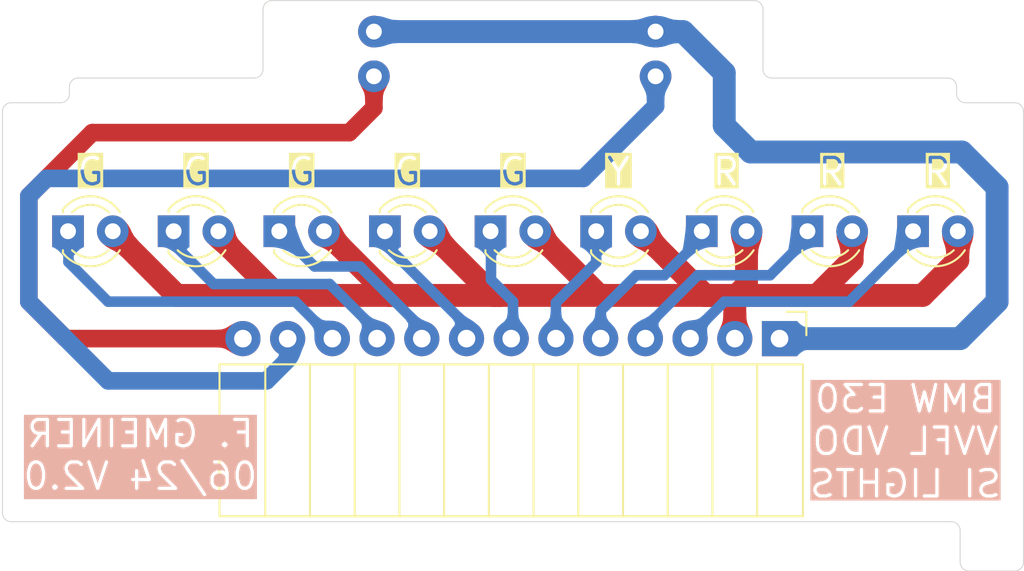
<source format=kicad_pcb>
(kicad_pcb (version 20240108) (generator "pcbnew") (generator_version "8.0")
  (layers (0 "F.Cu" signal) (31 "B.Cu" signal) (34 "B.Paste" user) (35 "F.Paste" user) (36 "B.SilkS" user "B.Silkscreen") (37 "F.SilkS" user "F.Silkscreen") (38 "B.Mask" user) (39 "F.Mask" user) (44 "Edge.Cuts" user))
  (net 0 "")
  (net 1 "Net-(D1-K)")
  (net 2 "Net-(D1-A)")
  (net 3 "Net-(D2-K)")
  (net 4 "Net-(D3-K)")
  (net 5 "Net-(D4-K)")
  (net 6 "Net-(D5-K)")
  (net 7 "Net-(D6-K)")
  (net 8 "Net-(D7-K)")
  (net 9 "Net-(D8-K)")
  (net 10 "Net-(D9-K)")
  (net 11 "Net-(J1-GND_BULB)")
  (net 12 "Net-(J1-BULB_OILSERVICE)")
  (net 13 "Net-(J1-BULB_INSPECTION)")
  (footprint "LED_THT:LED_D3.0mm" (layer "F.Cu") (at 149.125 85.5)
    (property "Reference" "D5" (hide yes))
    (property "Value" "LED_G5")
    (fp_line (start -0.29 -1.236) (end -0.29 -1.08) (stroke (width 0.12)) (layer "F.SilkS"))
    (fp_line (start -0.29 1.08) (end -0.29 1.236) (stroke (width 0.12)) (layer "F.SilkS"))
    (fp_arc (start -0.29 -1.235516) (mid 1.366487 -1.987659) (end 2.942335 -1.078608) (stroke (width 0.12)) (layer "F.SilkS"))
    (fp_arc (start 0.229039 -1.08) (mid 1.270117 -1.5) (end 2.31113 -1.079837) (stroke (width 0.12)) (layer "F.SilkS"))
    (fp_arc (start 2.31113 1.079837) (mid 1.270117 1.5) (end 0.229039 1.08) (stroke (width 0.12)) (layer "F.SilkS"))
    (fp_arc (start 2.942335 1.078608) (mid 1.366487 1.987659) (end -0.29 1.235516) (stroke (width 0.12)) (layer "F.SilkS"))
    (pad "1" thru_hole rect (at 0 0) (size 1.8 1.8) (drill 0.9) (layers "*.Cu" "*.Mask") (net 6 "Net-(D5-K)"))
    (pad "2" thru_hole circle (at 2.54 0) (size 1.8 1.8) (drill 0.9) (layers "*.Cu" "*.Mask") (net 2 "Net-(D1-A)"))
  )
  (footprint "LED_THT:LED_D3.0mm" (layer "F.Cu") (at 125.125 85.5)
    (property "Reference" "D9" (hide yes))
    (property "Value" "LED_G1")
    (fp_line (start -0.29 -1.236) (end -0.29 -1.08) (stroke (width 0.12)) (layer "F.SilkS"))
    (fp_line (start -0.29 1.08) (end -0.29 1.236) (stroke (width 0.12)) (layer "F.SilkS"))
    (fp_arc (start -0.29 -1.235516) (mid 1.366487 -1.987659) (end 2.942335 -1.078608) (stroke (width 0.12)) (layer "F.SilkS"))
    (fp_arc (start 0.229039 -1.08) (mid 1.270117 -1.5) (end 2.31113 -1.079837) (stroke (width 0.12)) (layer "F.SilkS"))
    (fp_arc (start 2.31113 1.079837) (mid 1.270117 1.5) (end 0.229039 1.08) (stroke (width 0.12)) (layer "F.SilkS"))
    (fp_arc (start 2.942335 1.078608) (mid 1.366487 1.987659) (end -0.29 1.235516) (stroke (width 0.12)) (layer "F.SilkS"))
    (pad "1" thru_hole rect (at 0 0) (size 1.8 1.8) (drill 0.9) (layers "*.Cu" "*.Mask") (net 10 "Net-(D9-K)"))
    (pad "2" thru_hole circle (at 2.54 0) (size 1.8 1.8) (drill 0.9) (layers "*.Cu" "*.Mask") (net 2 "Net-(D1-A)"))
  )
  (footprint "LED_THT:LED_D3.0mm" (layer "F.Cu") (at 173.125 85.5)
    (property "Reference" "D1" (hide yes))
    (property "Value" "LED_R3")
    (fp_line (start -0.29 -1.236) (end -0.29 -1.08) (stroke (width 0.12)) (layer "F.SilkS"))
    (fp_line (start -0.29 1.08) (end -0.29 1.236) (stroke (width 0.12)) (layer "F.SilkS"))
    (fp_arc (start -0.29 -1.235516) (mid 1.366487 -1.987659) (end 2.942335 -1.078608) (stroke (width 0.12)) (layer "F.SilkS"))
    (fp_arc (start 0.229039 -1.08) (mid 1.270117 -1.5) (end 2.31113 -1.079837) (stroke (width 0.12)) (layer "F.SilkS"))
    (fp_arc (start 2.31113 1.079837) (mid 1.270117 1.5) (end 0.229039 1.08) (stroke (width 0.12)) (layer "F.SilkS"))
    (fp_arc (start 2.942335 1.078608) (mid 1.366487 1.987659) (end -0.29 1.235516) (stroke (width 0.12)) (layer "F.SilkS"))
    (pad "1" thru_hole rect (at 0 0) (size 1.8 1.8) (drill 0.9) (layers "*.Cu" "*.Mask") (net 1 "Net-(D1-K)"))
    (pad "2" thru_hole circle (at 2.54 0) (size 1.8 1.8) (drill 0.9) (layers "*.Cu" "*.Mask") (net 2 "Net-(D1-A)"))
  )
  (footprint "LED_THT:LED_D3.0mm" (layer "F.Cu") (at 155.125 85.5)
    (property "Reference" "D4" (hide yes))
    (property "Value" "LED_Y")
    (fp_line (start -0.29 -1.236) (end -0.29 -1.08) (stroke (width 0.12)) (layer "F.SilkS"))
    (fp_line (start -0.29 1.08) (end -0.29 1.236) (stroke (width 0.12)) (layer "F.SilkS"))
    (fp_arc (start -0.29 -1.235516) (mid 1.366487 -1.987659) (end 2.942335 -1.078608) (stroke (width 0.12)) (layer "F.SilkS"))
    (fp_arc (start 0.229039 -1.08) (mid 1.270117 -1.5) (end 2.31113 -1.079837) (stroke (width 0.12)) (layer "F.SilkS"))
    (fp_arc (start 2.31113 1.079837) (mid 1.270117 1.5) (end 0.229039 1.08) (stroke (width 0.12)) (layer "F.SilkS"))
    (fp_arc (start 2.942335 1.078608) (mid 1.366487 1.987659) (end -0.29 1.235516) (stroke (width 0.12)) (layer "F.SilkS"))
    (pad "1" thru_hole rect (at 0 0) (size 1.8 1.8) (drill 0.9) (layers "*.Cu" "*.Mask") (net 5 "Net-(D4-K)"))
    (pad "2" thru_hole circle (at 2.54 0) (size 1.8 1.8) (drill 0.9) (layers "*.Cu" "*.Mask") (net 2 "Net-(D1-A)"))
  )
  (footprint "LED_THT:LED_D3.0mm" (layer "F.Cu") (at 143.125 85.5)
    (property "Reference" "D6" (hide yes))
    (property "Value" "LED_G4")
    (fp_line (start -0.29 -1.236) (end -0.29 -1.08) (stroke (width 0.12)) (layer "F.SilkS"))
    (fp_line (start -0.29 1.08) (end -0.29 1.236) (stroke (width 0.12)) (layer "F.SilkS"))
    (fp_arc (start -0.29 -1.235516) (mid 1.366487 -1.987659) (end 2.942335 -1.078608) (stroke (width 0.12)) (layer "F.SilkS"))
    (fp_arc (start 0.229039 -1.08) (mid 1.270117 -1.5) (end 2.31113 -1.079837) (stroke (width 0.12)) (layer "F.SilkS"))
    (fp_arc (start 2.31113 1.079837) (mid 1.270117 1.5) (end 0.229039 1.08) (stroke (width 0.12)) (layer "F.SilkS"))
    (fp_arc (start 2.942335 1.078608) (mid 1.366487 1.987659) (end -0.29 1.235516) (stroke (width 0.12)) (layer "F.SilkS"))
    (pad "1" thru_hole rect (at 0 0) (size 1.8 1.8) (drill 0.9) (layers "*.Cu" "*.Mask") (net 7 "Net-(D6-K)"))
    (pad "2" thru_hole circle (at 2.54 0) (size 1.8 1.8) (drill 0.9) (layers "*.Cu" "*.Mask") (net 2 "Net-(D1-A)"))
  )
  (footprint "LED_THT:LED_D3.0mm" (layer "F.Cu") (at 137.125 85.5)
    (property "Reference" "D7" (hide yes))
    (property "Value" "LED_G3")
    (fp_line (start -0.29 -1.236) (end -0.29 -1.08) (stroke (width 0.12)) (layer "F.SilkS"))
    (fp_line (start -0.29 1.08) (end -0.29 1.236) (stroke (width 0.12)) (layer "F.SilkS"))
    (fp_arc (start -0.29 -1.235516) (mid 1.366487 -1.987659) (end 2.942335 -1.078608) (stroke (width 0.12)) (layer "F.SilkS"))
    (fp_arc (start 0.229039 -1.08) (mid 1.270117 -1.5) (end 2.31113 -1.079837) (stroke (width 0.12)) (layer "F.SilkS"))
    (fp_arc (start 2.31113 1.079837) (mid 1.270117 1.5) (end 0.229039 1.08) (stroke (width 0.12)) (layer "F.SilkS"))
    (fp_arc (start 2.942335 1.078608) (mid 1.366487 1.987659) (end -0.29 1.235516) (stroke (width 0.12)) (layer "F.SilkS"))
    (pad "1" thru_hole rect (at 0 0) (size 1.8 1.8) (drill 0.9) (layers "*.Cu" "*.Mask") (net 8 "Net-(D7-K)"))
    (pad "2" thru_hole circle (at 2.54 0) (size 1.8 1.8) (drill 0.9) (layers "*.Cu" "*.Mask") (net 2 "Net-(D1-A)"))
  )
  (footprint "LED_THT:LED_D3.0mm" (layer "F.Cu") (at 131.125 85.5)
    (property "Reference" "D8" (hide yes))
    (property "Value" "LED_G2")
    (fp_line (start -0.29 -1.236) (end -0.29 -1.08) (stroke (width 0.12)) (layer "F.SilkS"))
    (fp_line (start -0.29 1.08) (end -0.29 1.236) (stroke (width 0.12)) (layer "F.SilkS"))
    (fp_arc (start -0.29 -1.235516) (mid 1.366487 -1.987659) (end 2.942335 -1.078608) (stroke (width 0.12)) (layer "F.SilkS"))
    (fp_arc (start 0.229039 -1.08) (mid 1.270117 -1.5) (end 2.31113 -1.079837) (stroke (width 0.12)) (layer "F.SilkS"))
    (fp_arc (start 2.31113 1.079837) (mid 1.270117 1.5) (end 0.229039 1.08) (stroke (width 0.12)) (layer "F.SilkS"))
    (fp_arc (start 2.942335 1.078608) (mid 1.366487 1.987659) (end -0.29 1.235516) (stroke (width 0.12)) (layer "F.SilkS"))
    (pad "1" thru_hole rect (at 0 0) (size 1.8 1.8) (drill 0.9) (layers "*.Cu" "*.Mask") (net 9 "Net-(D8-K)"))
    (pad "2" thru_hole circle (at 2.54 0) (size 1.8 1.8) (drill 0.9) (layers "*.Cu" "*.Mask") (net 2 "Net-(D1-A)"))
  )
  (footprint "Footprint_Library_Custom:Lamp_D4.0mm_Horizontal_O3.81mm_Z2.0mm" (layer "F.Cu") (at 158.5 76.7 90)
    (property "Reference" "LA2" (hide yes))
    (property "Value" "Lamp")
    (pad "1" thru_hole circle (at 0 0 90) (size 1.8 1.8) (drill 0.9) (layers "*.Cu" "*.Mask") (net 13 "Net-(J1-BULB_INSPECTION)"))
    (pad "2" thru_hole circle (at 2.54 0 90) (size 1.8 1.8) (drill 0.9) (layers "*.Cu" "*.Mask") (net 11 "Net-(J1-GND_BULB)"))
  )
  (footprint "Footprint_Library_Custom:Lamp_D4.0mm_Horizontal_O3.81mm_Z2.0mm" (layer "F.Cu") (at 142.5 74.16 -90)
    (property "Reference" "LA1" (hide yes))
    (property "Value" "Lamp")
    (pad "1" thru_hole circle (at 0 0 270) (size 1.8 1.8) (drill 0.9) (layers "*.Cu" "*.Mask") (net 11 "Net-(J1-GND_BULB)"))
    (pad "2" thru_hole circle (at 2.54 0 270) (size 1.8 1.8) (drill 0.9) (layers "*.Cu" "*.Mask") (net 12 "Net-(J1-BULB_OILSERVICE)"))
  )
  (footprint "LED_THT:LED_D3.0mm" (layer "F.Cu") (at 161.125 85.5)
    (property "Reference" "D3" (hide yes))
    (property "Value" "LED_R1")
    (fp_line (start -0.29 -1.236) (end -0.29 -1.08) (stroke (width 0.12)) (layer "F.SilkS"))
    (fp_line (start -0.29 1.08) (end -0.29 1.236) (stroke (width 0.12)) (layer "F.SilkS"))
    (fp_arc (start -0.29 -1.235516) (mid 1.366487 -1.987659) (end 2.942335 -1.078608) (stroke (width 0.12)) (layer "F.SilkS"))
    (fp_arc (start 0.229039 -1.08) (mid 1.270117 -1.5) (end 2.31113 -1.079837) (stroke (width 0.12)) (layer "F.SilkS"))
    (fp_arc (start 2.31113 1.079837) (mid 1.270117 1.5) (end 0.229039 1.08) (stroke (width 0.12)) (layer "F.SilkS"))
    (fp_arc (start 2.942335 1.078608) (mid 1.366487 1.987659) (end -0.29 1.235516) (stroke (width 0.12)) (layer "F.SilkS"))
    (pad "1" thru_hole rect (at 0 0) (size 1.8 1.8) (drill 0.9) (layers "*.Cu" "*.Mask") (net 4 "Net-(D3-K)"))
    (pad "2" thru_hole circle (at 2.54 0) (size 1.8 1.8) (drill 0.9) (layers "*.Cu" "*.Mask") (net 2 "Net-(D1-A)"))
  )
  (footprint "MountingHole:MountingHole_5.5mm" (layer "F.Cu") (at 150.3 78 90)
    (property "Reference" "H1" (hide yes))
    (property "Value" "MountingHole")
    (pad "" np_thru_hole circle (at 0 0 90) (size 5.5 5.5) (drill 5.5) (layers "F&B.Cu" "*.Mask"))
  )
  (footprint "Connector_PinSocket_2.54mm:PinSocket_1x13_P2.54mm_Horizontal" (layer "F.Cu") (at 135.06 91.6 90)
    (property "Reference" "J1" (hide yes))
    (property "Value" "Conn_01x13_Socket")
    (fp_line (start -1.46 -1.33) (end -1.46 31.81) (stroke (width 0.12)) (layer "F.SilkS"))
    (fp_line (start -10.09 -1.33) (end -1.46 -1.33) (stroke (width 0.12)) (layer "F.SilkS"))
    (fp_line (start -10.09 -1.33) (end -10.09 31.81) (stroke (width 0.12)) (layer "F.SilkS"))
    (fp_line (start -10.09 1.27) (end -1.46 1.27) (stroke (width 0.12)) (layer "F.SilkS"))
    (fp_line (start -10.09 3.81) (end -1.46 3.81) (stroke (width 0.12)) (layer "F.SilkS"))
    (fp_line (start -10.09 6.35) (end -1.46 6.35) (stroke (width 0.12)) (layer "F.SilkS"))
    (fp_line (start -10.09 8.89) (end -1.46 8.89) (stroke (width 0.12)) (layer "F.SilkS"))
    (fp_line (start -10.09 11.43) (end -1.46 11.43) (stroke (width 0.12)) (layer "F.SilkS"))
    (fp_line (start -10.09 13.97) (end -1.46 13.97) (stroke (width 0.12)) (layer "F.SilkS"))
    (fp_line (start -10.09 16.51) (end -1.46 16.51) (stroke (width 0.12)) (layer "F.SilkS"))
    (fp_line (start -10.09 19.05) (end -1.46 19.05) (stroke (width 0.12)) (layer "F.SilkS"))
    (fp_line (start -10.09 21.59) (end -1.46 21.59) (stroke (width 0.12)) (layer "F.SilkS"))
    (fp_line (start -10.09 24.13) (end -1.46 24.13) (stroke (width 0.12)) (layer "F.SilkS"))
    (fp_line (start -10.09 26.67) (end -1.46 26.67) (stroke (width 0.12)) (layer "F.SilkS"))
    (fp_line (start -10.09 29.21) (end -1.46 29.21) (stroke (width 0.12)) (layer "F.SilkS"))
    (fp_line (start 1.524 30.894) (end 1.524 32.004) (stroke (width 0.12)) (layer "F.SilkS"))
    (fp_line (start -10.09 31.81) (end -1.46 31.81) (stroke (width 0.12)) (layer "F.SilkS"))
    (fp_line (start 1.524 32.004) (end 0.194 32.004) (stroke (width 0.12)) (layer "F.SilkS"))
    (pad "1" thru_hole rect (at 0 30.48 90) (size 2 2) (drill 1) (layers "*.Cu" "*.Mask") (net 11 "Net-(J1-GND_BULB)"))
    (pad "2" thru_hole circle (at 0 27.94 90) (size 2 2) (drill 1) (layers "*.Cu" "*.Mask") (net 2 "Net-(D1-A)"))
    (pad "3" thru_hole circle (at 0 25.4 90) (size 2 2) (drill 1) (layers "*.Cu" "*.Mask") (net 1 "Net-(D1-K)"))
    (pad "4" thru_hole circle (at 0 22.86 90) (size 2 2) (drill 1) (layers "*.Cu" "*.Mask") (net 3 "Net-(D2-K)"))
    (pad "5" thru_hole circle (at 0 20.32 90) (size 2 2) (drill 1) (layers "*.Cu" "*.Mask") (net 4 "Net-(D3-K)"))
    (pad "6" thru_hole circle (at 0 17.78 90) (size 2 2) (drill 1) (layers "*.Cu" "*.Mask") (net 5 "Net-(D4-K)"))
    (pad "7" thru_hole circle (at 0 15.24 90) (size 2 2) (drill 1) (layers "*.Cu" "*.Mask") (net 6 "Net-(D5-K)"))
    (pad "8" thru_hole circle (at 0 12.7 90) (size 2 2) (drill 1) (layers "*.Cu" "*.Mask") (net 7 "Net-(D6-K)"))
    (pad "9" thru_hole circle (at 0 10.16 90) (size 2 2) (drill 1) (layers "*.Cu" "*.Mask") (net 8 "Net-(D7-K)"))
    (pad "10" thru_hole circle (at 0 7.62 90) (size 2 2) (drill 1) (layers "*.Cu" "*.Mask") (net 9 "Net-(D8-K)"))
    (pad "11" thru_hole circle (at 0 5.08 90) (size 2 2) (drill 1) (layers "*.Cu" "*.Mask") (net 10 "Net-(D9-K)"))
    (pad "12" thru_hole circle (at 0 2.54 90) (size 2 2) (drill 1) (layers "*.Cu" "*.Mask") (net 13 "Net-(J1-BULB_INSPECTION)"))
    (pad "13" thru_hole circle (at 0 0 90) (size 2 2) (drill 1) (layers "*.Cu" "*.Mask") (net 12 "Net-(J1-BULB_OILSERVICE)"))
  )
  (footprint "LED_THT:LED_D3.0mm" (layer "F.Cu") (at 167.125 85.5)
    (property "Reference" "D2" (hide yes))
    (property "Value" "LED_R2")
    (fp_line (start -0.29 -1.236) (end -0.29 -1.08) (stroke (width 0.12)) (layer "F.SilkS"))
    (fp_line (start -0.29 1.08) (end -0.29 1.236) (stroke (width 0.12)) (layer "F.SilkS"))
    (fp_arc (start -0.29 -1.235516) (mid 1.366487 -1.987659) (end 2.942335 -1.078608) (stroke (width 0.12)) (layer "F.SilkS"))
    (fp_arc (start 0.229039 -1.08) (mid 1.270117 -1.5) (end 2.31113 -1.079837) (stroke (width 0.12)) (layer "F.SilkS"))
    (fp_arc (start 2.31113 1.079837) (mid 1.270117 1.5) (end 0.229039 1.08) (stroke (width 0.12)) (layer "F.SilkS"))
    (fp_arc (start 2.942335 1.078608) (mid 1.366487 1.987659) (end -0.29 1.235516) (stroke (width 0.12)) (layer "F.SilkS"))
    (pad "1" thru_hole rect (at 0 0) (size 1.8 1.8) (drill 0.9) (layers "*.Cu" "*.Mask") (net 3 "Net-(D2-K)"))
    (pad "2" thru_hole circle (at 2.54 0) (size 1.8 1.8) (drill 0.9) (layers "*.Cu" "*.Mask") (net 2 "Net-(D1-A)"))
  )
  (gr_arc (start 136.2 76.3) (mid 136.053553 76.653553) (end 135.7 76.8) (stroke (width 0.05)) (layer "Edge.Cuts"))
  (gr_line (start 124.7 78.2) (end 121.9 78.2) (stroke (width 0.05)) (layer "Edge.Cuts"))
  (gr_arc (start 179.396447 104.296447) (mid 179.25 104.65) (end 178.896447 104.796447) (stroke (width 0.05)) (layer "Edge.Cuts"))
  (gr_line (start 179.396447 104.296447) (end 179.396447 78.7) (stroke (width 0.05)) (layer "Edge.Cuts"))
  (gr_line (start 175.6 77.7) (end 175.6 77.3) (stroke (width 0.05)) (layer "Edge.Cuts"))
  (gr_arc (start 175.3 102) (mid 175.653553 102.146447) (end 175.8 102.5) (stroke (width 0.05)) (layer "Edge.Cuts"))
  (gr_arc (start 136.2 72.9) (mid 136.346447 72.546447) (end 136.7 72.4) (stroke (width 0.05)) (layer "Edge.Cuts"))
  (gr_line (start 121.4 78.7) (end 121.4 101.5) (stroke (width 0.05)) (layer "Edge.Cuts"))
  (gr_arc (start 178.9 78.2) (mid 179.253553 78.346447) (end 179.4 78.7) (stroke (width 0.05)) (layer "Edge.Cuts"))
  (gr_line (start 175.8 102.5) (end 175.8 104.296447) (stroke (width 0.05)) (layer "Edge.Cuts"))
  (gr_arc (start 176.303553 104.796447) (mid 175.95 104.65) (end 175.803553 104.296447) (stroke (width 0.05)) (layer "Edge.Cuts"))
  (gr_arc (start 121.4 78.7) (mid 121.546447 78.346447) (end 121.9 78.2) (stroke (width 0.05)) (layer "Edge.Cuts"))
  (gr_arc (start 164.1 72.4) (mid 164.453553 72.546447) (end 164.6 72.9) (stroke (width 0.05)) (layer "Edge.Cuts"))
  (gr_arc (start 176.1 78.2) (mid 175.746447 78.053553) (end 175.6 77.7) (stroke (width 0.05)) (layer "Edge.Cuts"))
  (gr_arc (start 125.2 77.3) (mid 125.346447 76.946447) (end 125.7 76.8) (stroke (width 0.05)) (layer "Edge.Cuts"))
  (gr_line (start 164.6 76.3) (end 164.6 72.9) (stroke (width 0.05)) (layer "Edge.Cuts"))
  (gr_line (start 121.9 102) (end 175.3 102) (stroke (width 0.05)) (layer "Edge.Cuts"))
  (gr_arc (start 165.1 76.8) (mid 164.746447 76.653553) (end 164.6 76.3) (stroke (width 0.05)) (layer "Edge.Cuts"))
  (gr_arc (start 175.1 76.8) (mid 175.453553 76.946447) (end 175.6 77.3) (stroke (width 0.05)) (layer "Edge.Cuts"))
  (gr_line (start 136.2 72.9) (end 136.2 76.3) (stroke (width 0.05)) (layer "Edge.Cuts"))
  (gr_line (start 176.303553 104.796447) (end 178.896447 104.796447) (stroke (width 0.05)) (layer "Edge.Cuts"))
  (gr_line (start 175.1 76.8) (end 165.1 76.8) (stroke (width 0.05)) (layer "Edge.Cuts"))
  (gr_line (start 125.2 77.3) (end 125.2 77.7) (stroke (width 0.05)) (layer "Edge.Cuts"))
  (gr_arc (start 121.9 102) (mid 121.546447 101.853553) (end 121.4 101.5) (stroke (width 0.05)) (layer "Edge.Cuts"))
  (gr_line (start 135.7 76.8) (end 125.7 76.8) (stroke (width 0.05)) (layer "Edge.Cuts"))
  (gr_line (start 178.9 78.2) (end 176.1 78.2) (stroke (width 0.05)) (layer "Edge.Cuts"))
  (gr_arc (start 125.2 77.7) (mid 125.053553 78.053553) (end 124.7 78.2) (stroke (width 0.05)) (layer "Edge.Cuts"))
  (gr_line (start 136.7 72.4) (end 164.1 72.4) (stroke (width 0.05)) (layer "Edge.Cuts"))
  (gr_text "F. GMEINER\n06/24 V2.0" (at 129.2366 100.2972 0) (layer "B.SilkS" knockout) (effects (font (size 1.5 1.5) (thickness 0.1875)) (justify bottom mirror)))
  (gr_text "BMW E30\nVVFL VDO\nSI LIGHTS" (at 172.696 100.729 0) (layer "B.SilkS" knockout) (effects (font (size 1.5 1.5) (thickness 0.1875)) (justify bottom mirror)))
  (gr_text "R" (at 167.625 83 0) (layer "F.SilkS" knockout) (effects (font (size 1.5 1.5) (thickness 0.1875)) (justify left bottom)))
  (gr_text "G" (at 131.525 83 0) (layer "F.SilkS" knockout) (effects (font (size 1.5 1.5) (thickness 0.1875)) (justify left bottom)))
  (gr_text "G" (at 143.525 83 0) (layer "F.SilkS" knockout) (effects (font (size 1.5 1.5) (thickness 0.1875)) (justify left bottom)))
  (gr_text "G" (at 137.525 83 0) (layer "F.SilkS" knockout) (effects (font (size 1.5 1.5) (thickness 0.1875)) (justify left bottom)))
  (gr_text "G" (at 149.525 83 0) (layer "F.SilkS" knockout) (effects (font (size 1.5 1.5) (thickness 0.1875)) (justify left bottom)))
  (gr_text "Y" (at 155.625 83 0) (layer "F.SilkS" knockout) (effects (font (size 1.5 1.5) (thickness 0.1875)) (justify left bottom)))
  (gr_text "R" (at 173.625 83 0) (layer "F.SilkS" knockout) (effects (font (size 1.5 1.5) (thickness 0.1875)) (justify left bottom)))
  (gr_text "G" (at 125.525 83 0) (layer "F.SilkS" knockout) (effects (font (size 1.5 1.5) (thickness 0.1875)) (justify left bottom)))
  (gr_text "R" (at 161.625 83 0) (layer "F.SilkS" knockout) (effects (font (size 1.5 1.5) (thickness 0.1875)) (justify left bottom)))
  (segment (start 173.5 85.5) (end 169.5 89.5) (width 0.6) (layer "B.Cu") (net 1))
  (segment (start 162.4 89.5) (end 160.46 91.44) (width 0.6) (layer "B.Cu") (net 1))
  (segment (start 169.5 89.5) (end 162.4 89.5) (width 0.6) (layer "B.Cu") (net 1))
  (segment (start 160.46 91.44) (end 160.46 91.6) (width 0.6) (layer "B.Cu") (net 1))
  (segment (start 127.665 85.5) (end 127.665 85.515) (width 1.3) (layer "F.Cu") (net 2))
  (segment (start 149.685787 89.145787) (end 155.685787 89.145787) (width 1.3) (layer "F.Cu") (net 2))
  (segment (start 143.365787 89.145787) (end 143.685787 89.145787) (width 1.3) (layer "F.Cu") (net 2))
  (segment (start 175.665 85.5) (end 175.665 87.147792) (width 1.3) (layer "F.Cu") (net 2))
  (segment (start 157.665 85.5) (end 161.310787 89.145787) (width 1.3) (layer "F.Cu") (net 2))
  (segment (start 163 91.6) (end 163 90.46) (width 1.3) (layer "F.Cu") (net 2))
  (segment (start 163.665 88.580787) (end 163 89.245787) (width 1.3) (layer "F.Cu") (net 2))
  (segment (start 155.685787 89.145787) (end 161.685787 89.145787) (width 1.3) (layer "F.Cu") (net 2))
  (segment (start 163 89.245787) (end 162.9 89.145787) (width 1.3) (layer "F.Cu") (net 2))
  (segment (start 173.667005 89.145787) (end 167.667005 89.145787) (width 1.3) (layer "F.Cu") (net 2))
  (segment (start 145.665 85.5) (end 145.665 85.515) (width 1.3) (layer "F.Cu") (net 2))
  (segment (start 149.295787 89.145787) (end 149.685787 89.145787) (width 1.3) (layer "F.Cu") (net 2))
  (segment (start 139.665 85.5) (end 139.72 85.5) (width 1.3) (layer "F.Cu") (net 2))
  (segment (start 161.685787 89.145787) (end 164.04 89.145787) (width 1.3) (layer "F.Cu") (net 2))
  (segment (start 137.045787 89.145787) (end 137.685787 89.145787) (width 1.3) (layer "F.Cu") (net 2))
  (segment (start 151.665 85.5) (end 151.665 85.515) (width 1.3) (layer "F.Cu") (net 2))
  (segment (start 163 91.6) (end 163 89.245787) (width 1.3) (layer "F.Cu") (net 2))
  (segment (start 143.685787 89.145787) (end 149.685787 89.145787) (width 1.3) (layer "F.Cu") (net 2))
  (segment (start 169.665 87.147792) (end 167.667005 89.145787) (width 1.3) (layer "F.Cu") (net 2))
  (segment (start 169.665 85.5) (end 169.665 87.147792) (width 1.3) (layer "F.Cu") (net 2))
  (segment (start 145.665 85.515) (end 149.295787 89.145787) (width 1.3) (layer "F.Cu") (net 2))
  (segment (start 163.665 85.5) (end 163.665 88.580787) (width 1.3) (layer "F.Cu") (net 2))
  (segment (start 175.665 87.147792) (end 173.667005 89.145787) (width 1.3) (layer "F.Cu") (net 2))
  (segment (start 133.665 85.765) (end 137.045787 89.145787) (width 1.3) (layer "F.Cu") (net 2))
  (segment (start 139.72 85.5) (end 143.365787 89.145787) (width 1.3) (layer "F.Cu") (net 2))
  (segment (start 133.665 85.5) (end 133.665 85.765) (width 1.3) (layer "F.Cu") (net 2))
  (segment (start 131.295787 89.145787) (end 137.685787 89.145787) (width 1.3) (layer "F.Cu") (net 2))
  (segment (start 127.665 85.515) (end 131.295787 89.145787) (width 1.3) (layer "F.Cu") (net 2))
  (segment (start 155.295787 89.145787) (end 155.685787 89.145787) (width 1.3) (layer "F.Cu") (net 2))
  (segment (start 151.665 85.515) (end 155.295787 89.145787) (width 1.3) (layer "F.Cu") (net 2))
  (segment (start 137.685787 89.145787) (end 143.685787 89.145787) (width 1.3) (layer "F.Cu") (net 2))
  (segment (start 161.310787 89.145787) (end 161.685787 89.145787) (width 1.3) (layer "F.Cu") (net 2))
  (segment (start 167.667005 89.145787) (end 164.04 89.145787) (width 1.3) (layer "F.Cu") (net 2))
  (segment (start 160.9 88) (end 157.92 90.98) (width 0.6) (layer "B.Cu") (net 3))
  (segment (start 167.125 85.5) (end 167.125 85.875) (width 0.6) (layer "B.Cu") (net 3))
  (segment (start 157.92 90.98) (end 157.92 91.6) (width 0.6) (layer "B.Cu") (net 3))
  (segment (start 167.125 85.875) (end 165 88) (width 0.6) (layer "B.Cu") (net 3))
  (segment (start 165 88) (end 160.9 88) (width 0.6) (layer "B.Cu") (net 3))
  (segment (start 157.4 88) (end 155.38 90.02) (width 0.6) (layer "B.Cu") (net 4))
  (segment (start 155.38 90.02) (end 155.38 91.6) (width 0.6) (layer "B.Cu") (net 4))
  (segment (start 161.125 85.875) (end 159 88) (width 0.6) (layer "B.Cu") (net 4))
  (segment (start 159 88) (end 157.4 88) (width 0.6) (layer "B.Cu") (net 4))
  (segment (start 161.125 85.5) (end 161.125 85.875) (width 0.6) (layer "B.Cu") (net 4))
  (segment (start 155.125 87.275) (end 152.84 89.56) (width 0.6) (layer "B.Cu") (net 5))
  (segment (start 155.125 85.5) (end 155.125 87.275) (width 0.6) (layer "B.Cu") (net 5))
  (segment (start 152.84 89.56) (end 152.84 91.6) (width 0.6) (layer "B.Cu") (net 5))
  (segment (start 150.4 89.5) (end 150.4 91.5) (width 0.6) (layer "B.Cu") (net 6))
  (segment (start 149.15 85.525) (end 149.15 88.25) (width 0.6) (layer "B.Cu") (net 6))
  (segment (start 149.125 85.5) (end 149.15 85.525) (width 0.6) (layer "B.Cu") (net 6))
  (segment (start 149.15 88.25) (end 150.4 89.5) (width 0.6) (layer "B.Cu") (net 6))
  (segment (start 150.4 91.5) (end 150.3 91.6) (width 0.6) (layer "B.Cu") (net 6))
  (segment (start 143.125 86.225) (end 147.76 90.86) (width 0.6) (layer "B.Cu") (net 7))
  (segment (start 143.125 85.5) (end 143.125 86.225) (width 0.6) (layer "B.Cu") (net 7))
  (segment (start 147.76 90.86) (end 147.76 91.6) (width 0.6) (layer "B.Cu") (net 7))
  (segment (start 141.705 87.5) (end 145.22 91.015) (width 0.6) (layer "B.Cu") (net 8))
  (segment (start 137.125 85.5) (end 139.125 87.5) (width 0.6) (layer "B.Cu") (net 8))
  (segment (start 139.125 87.5) (end 141.705 87.5) (width 0.6) (layer "B.Cu") (net 8))
  (segment (start 145.22 91.015) (end 145.22 91.6) (width 0.6) (layer "B.Cu") (net 8))
  (segment (start 133.4 88.5) (end 139.99 88.5) (width 0.6) (layer "B.Cu") (net 9))
  (segment (start 139.99 88.5) (end 142.68 91.19) (width 0.6) (layer "B.Cu") (net 9))
  (segment (start 131.125 85.5) (end 131.125 86.225) (width 0.6) (layer "B.Cu") (net 9))
  (segment (start 142.68 91.19) (end 142.68 91.6) (width 0.6) (layer "B.Cu") (net 9))
  (segment (start 131.125 86.225) (end 133.4 88.5) (width 0.6) (layer "B.Cu") (net 9))
  (segment (start 125.15 87.25) (end 127.4 89.5) (width 0.6) (layer "B.Cu") (net 10))
  (segment (start 125.15 85.525) (end 125.15 87.25) (width 0.6) (layer "B.Cu") (net 10))
  (segment (start 127.4 89.5) (end 138.04 89.5) (width 0.6) (layer "B.Cu") (net 10))
  (segment (start 138.04 89.5) (end 140.14 91.6) (width 0.6) (layer "B.Cu") (net 10))
  (segment (start 125.125 85.5) (end 125.15 85.525) (width 0.6) (layer "B.Cu") (net 10))
  (segment (start 142.5 74.16) (end 158.5 74.16) (width 1.3) (layer "B.Cu") (net 11))
  (segment (start 177.9 83) (end 177.9 89.5) (width 1.3) (layer "B.Cu") (net 11))
  (segment (start 175.8 91.6) (end 165.54 91.6) (width 1.3) (layer "B.Cu") (net 11))
  (segment (start 177.9 89.5) (end 175.8 91.6) (width 1.3) (layer "B.Cu") (net 11))
  (segment (start 175.9 81) (end 177.9 83) (width 1.3) (layer "B.Cu") (net 11))
  (segment (start 158.5 74.16) (end 160.06 74.16) (width 1.3) (layer "B.Cu") (net 11))
  (segment (start 163.9 81) (end 175.9 81) (width 1.3) (layer "B.Cu") (net 11))
  (segment (start 162.4 76.5) (end 162.4 79.5) (width 1.3) (layer "B.Cu") (net 11))
  (segment (start 162.4 79.5) (end 163.9 81) (width 1.3) (layer "B.Cu") (net 11))
  (segment (start 160.06 74.16) (end 162.4 76.5) (width 1.3) (layer "B.Cu") (net 11))
  (segment (start 125 91.6) (end 122.9 89.5) (width 1) (layer "F.Cu") (net 12))
  (segment (start 122.9 89.5) (end 122.9 83.5) (width 1) (layer "F.Cu") (net 12))
  (segment (start 126.5 79.9) (end 141.1 79.9) (width 1) (layer "F.Cu") (net 12))
  (segment (start 135.06 91.6) (end 125 91.6) (width 1) (layer "F.Cu") (net 12))
  (segment (start 141.1 79.9) (end 142.5 78.5) (width 1) (layer "F.Cu") (net 12))
  (segment (start 142.5 78.5) (end 142.5 76.7) (width 1) (layer "F.Cu") (net 12))
  (segment (start 122.9 83.5) (end 126.5 79.9) (width 1) (layer "F.Cu") (net 12))
  (segment (start 122.9 89.5) (end 122.9 83.5) (width 1) (layer "B.Cu") (net 13))
  (segment (start 158.5 78.4) (end 158.5 76.7) (width 1) (layer "B.Cu") (net 13))
  (segment (start 154.4 82.5) (end 158.5 78.4) (width 1) (layer "B.Cu") (net 13))
  (segment (start 122.9 83.5) (end 123.9 82.5) (width 1) (layer "B.Cu") (net 13))
  (segment (start 137.6 91.6) (end 137.6 92.8) (width 1) (layer "B.Cu") (net 13))
  (segment (start 123.9 82.5) (end 154.4 82.5) (width 1) (layer "B.Cu") (net 13))
  (segment (start 136.4 94) (end 127.4 94) (width 1) (layer "B.Cu") (net 13))
  (segment (start 127.4 94) (end 122.9 89.5) (width 1) (layer "B.Cu") (net 13))
  (segment (start 137.6 92.8) (end 136.4 94) (width 1) (layer "B.Cu") (net 13))
)
</source>
